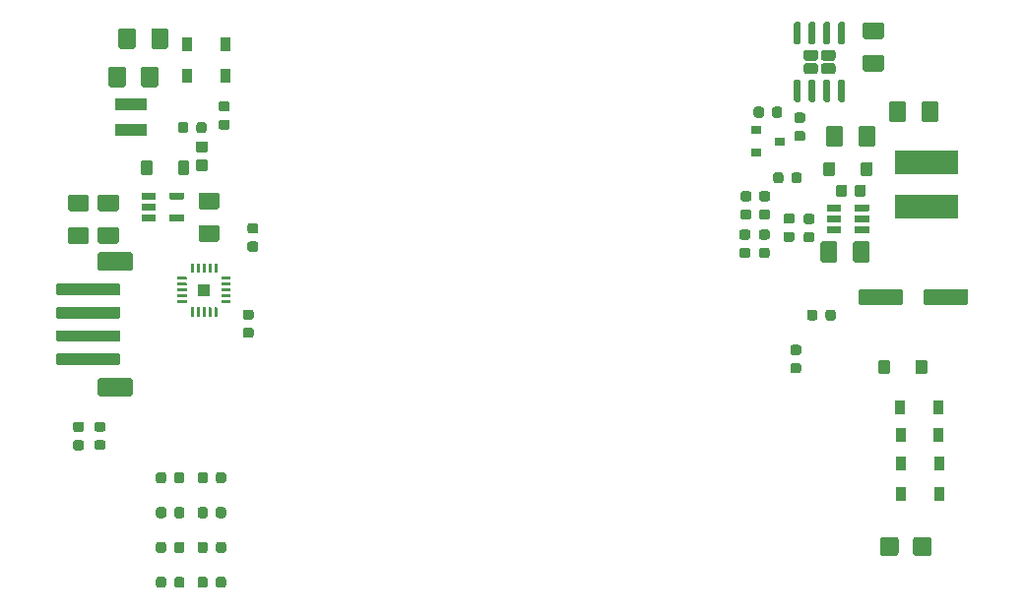
<source format=gtp>
G04 #@! TF.GenerationSoftware,KiCad,Pcbnew,5.1.6-c6e7f7d~87~ubuntu18.04.1*
G04 #@! TF.CreationDate,2020-08-27T18:22:29+02:00*
G04 #@! TF.ProjectId,chargemod-hw,63686172-6765-46d6-9f64-2d68772e6b69,rev?*
G04 #@! TF.SameCoordinates,Original*
G04 #@! TF.FileFunction,Paste,Top*
G04 #@! TF.FilePolarity,Positive*
%FSLAX46Y46*%
G04 Gerber Fmt 4.6, Leading zero omitted, Abs format (unit mm)*
G04 Created by KiCad (PCBNEW 5.1.6-c6e7f7d~87~ubuntu18.04.1) date 2020-08-27 18:22:29*
%MOMM*%
%LPD*%
G01*
G04 APERTURE LIST*
%ADD10C,0.100000*%
%ADD11R,0.900000X1.200000*%
%ADD12R,0.900000X0.800000*%
%ADD13R,2.700000X1.000000*%
%ADD14R,5.500000X2.150000*%
G04 APERTURE END LIST*
D10*
G36*
X101000000Y-105925000D02*
G01*
X100000000Y-105925000D01*
X100000000Y-106925000D01*
X101000000Y-106925000D01*
X101000000Y-105925000D01*
G37*
G36*
G01*
X104443750Y-102252500D02*
X104956250Y-102252500D01*
G75*
G02*
X105175000Y-102471250I0J-218750D01*
G01*
X105175000Y-102908750D01*
G75*
G02*
X104956250Y-103127500I-218750J0D01*
G01*
X104443750Y-103127500D01*
G75*
G02*
X104225000Y-102908750I0J218750D01*
G01*
X104225000Y-102471250D01*
G75*
G02*
X104443750Y-102252500I218750J0D01*
G01*
G37*
G36*
G01*
X104443750Y-100677500D02*
X104956250Y-100677500D01*
G75*
G02*
X105175000Y-100896250I0J-218750D01*
G01*
X105175000Y-101333750D01*
G75*
G02*
X104956250Y-101552500I-218750J0D01*
G01*
X104443750Y-101552500D01*
G75*
G02*
X104225000Y-101333750I0J218750D01*
G01*
X104225000Y-100896250D01*
G75*
G02*
X104443750Y-100677500I218750J0D01*
G01*
G37*
G36*
G01*
X104556250Y-108972500D02*
X104043750Y-108972500D01*
G75*
G02*
X103825000Y-108753750I0J218750D01*
G01*
X103825000Y-108316250D01*
G75*
G02*
X104043750Y-108097500I218750J0D01*
G01*
X104556250Y-108097500D01*
G75*
G02*
X104775000Y-108316250I0J-218750D01*
G01*
X104775000Y-108753750D01*
G75*
G02*
X104556250Y-108972500I-218750J0D01*
G01*
G37*
G36*
G01*
X104556250Y-110547500D02*
X104043750Y-110547500D01*
G75*
G02*
X103825000Y-110328750I0J218750D01*
G01*
X103825000Y-109891250D01*
G75*
G02*
X104043750Y-109672500I218750J0D01*
G01*
X104556250Y-109672500D01*
G75*
G02*
X104775000Y-109891250I0J-218750D01*
G01*
X104775000Y-110328750D01*
G75*
G02*
X104556250Y-110547500I-218750J0D01*
G01*
G37*
D11*
X160390000Y-121340000D03*
X163690000Y-121340000D03*
X160370000Y-116540000D03*
X163670000Y-116540000D03*
X160420000Y-123930000D03*
X163720000Y-123930000D03*
X160380000Y-118920000D03*
X163680000Y-118920000D03*
G36*
G01*
X151012500Y-97031250D02*
X151012500Y-96518750D01*
G75*
G02*
X151231250Y-96300000I218750J0D01*
G01*
X151668750Y-96300000D01*
G75*
G02*
X151887500Y-96518750I0J-218750D01*
G01*
X151887500Y-97031250D01*
G75*
G02*
X151668750Y-97250000I-218750J0D01*
G01*
X151231250Y-97250000D01*
G75*
G02*
X151012500Y-97031250I0J218750D01*
G01*
G37*
G36*
G01*
X149437500Y-97031250D02*
X149437500Y-96518750D01*
G75*
G02*
X149656250Y-96300000I218750J0D01*
G01*
X150093750Y-96300000D01*
G75*
G02*
X150312500Y-96518750I0J-218750D01*
G01*
X150312500Y-97031250D01*
G75*
G02*
X150093750Y-97250000I-218750J0D01*
G01*
X149656250Y-97250000D01*
G75*
G02*
X149437500Y-97031250I0J218750D01*
G01*
G37*
G36*
G01*
X149337500Y-91381250D02*
X149337500Y-90868750D01*
G75*
G02*
X149556250Y-90650000I218750J0D01*
G01*
X149993750Y-90650000D01*
G75*
G02*
X150212500Y-90868750I0J-218750D01*
G01*
X150212500Y-91381250D01*
G75*
G02*
X149993750Y-91600000I-218750J0D01*
G01*
X149556250Y-91600000D01*
G75*
G02*
X149337500Y-91381250I0J218750D01*
G01*
G37*
G36*
G01*
X147762500Y-91381250D02*
X147762500Y-90868750D01*
G75*
G02*
X147981250Y-90650000I218750J0D01*
G01*
X148418750Y-90650000D01*
G75*
G02*
X148637500Y-90868750I0J-218750D01*
G01*
X148637500Y-91381250D01*
G75*
G02*
X148418750Y-91600000I-218750J0D01*
G01*
X147981250Y-91600000D01*
G75*
G02*
X147762500Y-91381250I0J218750D01*
G01*
G37*
D12*
X149975000Y-93625000D03*
X147975000Y-94575000D03*
X147975000Y-92675000D03*
G36*
G01*
X160215000Y-127915000D02*
X160215000Y-129065000D01*
G75*
G02*
X159965000Y-129315000I-250000J0D01*
G01*
X158865000Y-129315000D01*
G75*
G02*
X158615000Y-129065000I0J250000D01*
G01*
X158615000Y-127915000D01*
G75*
G02*
X158865000Y-127665000I250000J0D01*
G01*
X159965000Y-127665000D01*
G75*
G02*
X160215000Y-127915000I0J-250000D01*
G01*
G37*
G36*
G01*
X163065000Y-127915000D02*
X163065000Y-129065000D01*
G75*
G02*
X162815000Y-129315000I-250000J0D01*
G01*
X161715000Y-129315000D01*
G75*
G02*
X161465000Y-129065000I0J250000D01*
G01*
X161465000Y-127915000D01*
G75*
G02*
X161715000Y-127665000I250000J0D01*
G01*
X162815000Y-127665000D01*
G75*
G02*
X163065000Y-127915000I0J-250000D01*
G01*
G37*
G36*
G01*
X91806250Y-118625000D02*
X91293750Y-118625000D01*
G75*
G02*
X91075000Y-118406250I0J218750D01*
G01*
X91075000Y-117968750D01*
G75*
G02*
X91293750Y-117750000I218750J0D01*
G01*
X91806250Y-117750000D01*
G75*
G02*
X92025000Y-117968750I0J-218750D01*
G01*
X92025000Y-118406250D01*
G75*
G02*
X91806250Y-118625000I-218750J0D01*
G01*
G37*
G36*
G01*
X91806250Y-120200000D02*
X91293750Y-120200000D01*
G75*
G02*
X91075000Y-119981250I0J218750D01*
G01*
X91075000Y-119543750D01*
G75*
G02*
X91293750Y-119325000I218750J0D01*
G01*
X91806250Y-119325000D01*
G75*
G02*
X92025000Y-119543750I0J-218750D01*
G01*
X92025000Y-119981250D01*
G75*
G02*
X91806250Y-120200000I-218750J0D01*
G01*
G37*
G36*
G01*
X89956250Y-118637500D02*
X89443750Y-118637500D01*
G75*
G02*
X89225000Y-118418750I0J218750D01*
G01*
X89225000Y-117981250D01*
G75*
G02*
X89443750Y-117762500I218750J0D01*
G01*
X89956250Y-117762500D01*
G75*
G02*
X90175000Y-117981250I0J-218750D01*
G01*
X90175000Y-118418750D01*
G75*
G02*
X89956250Y-118637500I-218750J0D01*
G01*
G37*
G36*
G01*
X89956250Y-120212500D02*
X89443750Y-120212500D01*
G75*
G02*
X89225000Y-119993750I0J218750D01*
G01*
X89225000Y-119556250D01*
G75*
G02*
X89443750Y-119337500I218750J0D01*
G01*
X89956250Y-119337500D01*
G75*
G02*
X90175000Y-119556250I0J-218750D01*
G01*
X90175000Y-119993750D01*
G75*
G02*
X89956250Y-120212500I-218750J0D01*
G01*
G37*
D13*
X94225000Y-90425000D03*
X94225000Y-92625000D03*
D14*
X162625000Y-95420000D03*
X162625000Y-99280000D03*
G36*
G01*
X99837500Y-92706250D02*
X99837500Y-92193750D01*
G75*
G02*
X100056250Y-91975000I218750J0D01*
G01*
X100493750Y-91975000D01*
G75*
G02*
X100712500Y-92193750I0J-218750D01*
G01*
X100712500Y-92706250D01*
G75*
G02*
X100493750Y-92925000I-218750J0D01*
G01*
X100056250Y-92925000D01*
G75*
G02*
X99837500Y-92706250I0J218750D01*
G01*
G37*
G36*
G01*
X98262500Y-92706250D02*
X98262500Y-92193750D01*
G75*
G02*
X98481250Y-91975000I218750J0D01*
G01*
X98918750Y-91975000D01*
G75*
G02*
X99137500Y-92193750I0J-218750D01*
G01*
X99137500Y-92706250D01*
G75*
G02*
X98918750Y-92925000I-218750J0D01*
G01*
X98481250Y-92925000D01*
G75*
G02*
X98262500Y-92706250I0J218750D01*
G01*
G37*
G36*
G01*
X100800000Y-93720000D02*
X100800000Y-94480000D01*
G75*
G02*
X100705000Y-94575000I-95000J0D01*
G01*
X99895000Y-94575000D01*
G75*
G02*
X99800000Y-94480000I0J95000D01*
G01*
X99800000Y-93720000D01*
G75*
G02*
X99895000Y-93625000I95000J0D01*
G01*
X100705000Y-93625000D01*
G75*
G02*
X100800000Y-93720000I0J-95000D01*
G01*
G37*
G36*
G01*
X100800000Y-95320000D02*
X100800000Y-96080000D01*
G75*
G02*
X100705000Y-96175000I-95000J0D01*
G01*
X99895000Y-96175000D01*
G75*
G02*
X99800000Y-96080000I0J95000D01*
G01*
X99800000Y-95320000D01*
G75*
G02*
X99895000Y-95225000I95000J0D01*
G01*
X100705000Y-95225000D01*
G75*
G02*
X100800000Y-95320000I0J-95000D01*
G01*
G37*
G36*
G01*
X95150000Y-95300000D02*
X95950000Y-95300000D01*
G75*
G02*
X96050000Y-95400000I0J-100000D01*
G01*
X96050000Y-96400000D01*
G75*
G02*
X95950000Y-96500000I-100000J0D01*
G01*
X95150000Y-96500000D01*
G75*
G02*
X95050000Y-96400000I0J100000D01*
G01*
X95050000Y-95400000D01*
G75*
G02*
X95150000Y-95300000I100000J0D01*
G01*
G37*
G36*
G01*
X98350000Y-95300000D02*
X99150000Y-95300000D01*
G75*
G02*
X99250000Y-95400000I0J-100000D01*
G01*
X99250000Y-96400000D01*
G75*
G02*
X99150000Y-96500000I-100000J0D01*
G01*
X98350000Y-96500000D01*
G75*
G02*
X98250000Y-96400000I0J100000D01*
G01*
X98250000Y-95400000D01*
G75*
G02*
X98350000Y-95300000I100000J0D01*
G01*
G37*
G36*
G01*
X90600000Y-98345000D02*
X90600000Y-99505000D01*
G75*
G02*
X90455000Y-99650000I-145000J0D01*
G01*
X88945000Y-99650000D01*
G75*
G02*
X88800000Y-99505000I0J145000D01*
G01*
X88800000Y-98345000D01*
G75*
G02*
X88945000Y-98200000I145000J0D01*
G01*
X90455000Y-98200000D01*
G75*
G02*
X90600000Y-98345000I0J-145000D01*
G01*
G37*
G36*
G01*
X90600000Y-101145000D02*
X90600000Y-102305000D01*
G75*
G02*
X90455000Y-102450000I-145000J0D01*
G01*
X88945000Y-102450000D01*
G75*
G02*
X88800000Y-102305000I0J145000D01*
G01*
X88800000Y-101145000D01*
G75*
G02*
X88945000Y-101000000I145000J0D01*
G01*
X90455000Y-101000000D01*
G75*
G02*
X90600000Y-101145000I0J-145000D01*
G01*
G37*
G36*
G01*
X160600000Y-106465000D02*
X160600000Y-107585000D01*
G75*
G02*
X160460000Y-107725000I-140000J0D01*
G01*
X156940000Y-107725000D01*
G75*
G02*
X156800000Y-107585000I0J140000D01*
G01*
X156800000Y-106465000D01*
G75*
G02*
X156940000Y-106325000I140000J0D01*
G01*
X160460000Y-106325000D01*
G75*
G02*
X160600000Y-106465000I0J-140000D01*
G01*
G37*
G36*
G01*
X166200000Y-106465000D02*
X166200000Y-107585000D01*
G75*
G02*
X166060000Y-107725000I-140000J0D01*
G01*
X162540000Y-107725000D01*
G75*
G02*
X162400000Y-107585000I0J140000D01*
G01*
X162400000Y-106465000D01*
G75*
G02*
X162540000Y-106325000I140000J0D01*
G01*
X166060000Y-106325000D01*
G75*
G02*
X166200000Y-106465000I0J-140000D01*
G01*
G37*
G36*
G01*
X87900000Y-111875000D02*
X93200000Y-111875000D01*
G75*
G02*
X93300000Y-111975000I0J-100000D01*
G01*
X93300000Y-112775000D01*
G75*
G02*
X93200000Y-112875000I-100000J0D01*
G01*
X87900000Y-112875000D01*
G75*
G02*
X87800000Y-112775000I0J100000D01*
G01*
X87800000Y-111975000D01*
G75*
G02*
X87900000Y-111875000I100000J0D01*
G01*
G37*
G36*
G01*
X91350000Y-115415000D02*
X91350000Y-114135000D01*
G75*
G02*
X91510000Y-113975000I160000J0D01*
G01*
X94190000Y-113975000D01*
G75*
G02*
X94350000Y-114135000I0J-160000D01*
G01*
X94350000Y-115415000D01*
G75*
G02*
X94190000Y-115575000I-160000J0D01*
G01*
X91510000Y-115575000D01*
G75*
G02*
X91350000Y-115415000I0J160000D01*
G01*
G37*
G36*
G01*
X91350000Y-104615000D02*
X91350000Y-103335000D01*
G75*
G02*
X91510000Y-103175000I160000J0D01*
G01*
X94190000Y-103175000D01*
G75*
G02*
X94350000Y-103335000I0J-160000D01*
G01*
X94350000Y-104615000D01*
G75*
G02*
X94190000Y-104775000I-160000J0D01*
G01*
X91510000Y-104775000D01*
G75*
G02*
X91350000Y-104615000I0J160000D01*
G01*
G37*
G36*
G01*
X87900000Y-109875000D02*
X93200000Y-109875000D01*
G75*
G02*
X93300000Y-109975000I0J-100000D01*
G01*
X93300000Y-110775000D01*
G75*
G02*
X93200000Y-110875000I-100000J0D01*
G01*
X87900000Y-110875000D01*
G75*
G02*
X87800000Y-110775000I0J100000D01*
G01*
X87800000Y-109975000D01*
G75*
G02*
X87900000Y-109875000I100000J0D01*
G01*
G37*
G36*
G01*
X87900000Y-107875000D02*
X93200000Y-107875000D01*
G75*
G02*
X93300000Y-107975000I0J-100000D01*
G01*
X93300000Y-108775000D01*
G75*
G02*
X93200000Y-108875000I-100000J0D01*
G01*
X87900000Y-108875000D01*
G75*
G02*
X87800000Y-108775000I0J100000D01*
G01*
X87800000Y-107975000D01*
G75*
G02*
X87900000Y-107875000I100000J0D01*
G01*
G37*
G36*
G01*
X87900000Y-105875000D02*
X93200000Y-105875000D01*
G75*
G02*
X93300000Y-105975000I0J-100000D01*
G01*
X93300000Y-106775000D01*
G75*
G02*
X93200000Y-106875000I-100000J0D01*
G01*
X87900000Y-106875000D01*
G75*
G02*
X87800000Y-106775000I0J100000D01*
G01*
X87800000Y-105975000D01*
G75*
G02*
X87900000Y-105875000I100000J0D01*
G01*
G37*
G36*
G01*
X101604000Y-108725000D02*
X101396000Y-108725000D01*
G75*
G02*
X101370000Y-108699000I0J26000D01*
G01*
X101370000Y-107951000D01*
G75*
G02*
X101396000Y-107925000I26000J0D01*
G01*
X101604000Y-107925000D01*
G75*
G02*
X101630000Y-107951000I0J-26000D01*
G01*
X101630000Y-108699000D01*
G75*
G02*
X101604000Y-108725000I-26000J0D01*
G01*
G37*
G36*
G01*
X101104000Y-108725000D02*
X100896000Y-108725000D01*
G75*
G02*
X100870000Y-108699000I0J26000D01*
G01*
X100870000Y-107951000D01*
G75*
G02*
X100896000Y-107925000I26000J0D01*
G01*
X101104000Y-107925000D01*
G75*
G02*
X101130000Y-107951000I0J-26000D01*
G01*
X101130000Y-108699000D01*
G75*
G02*
X101104000Y-108725000I-26000J0D01*
G01*
G37*
G36*
G01*
X100604000Y-108725000D02*
X100396000Y-108725000D01*
G75*
G02*
X100370000Y-108699000I0J26000D01*
G01*
X100370000Y-107951000D01*
G75*
G02*
X100396000Y-107925000I26000J0D01*
G01*
X100604000Y-107925000D01*
G75*
G02*
X100630000Y-107951000I0J-26000D01*
G01*
X100630000Y-108699000D01*
G75*
G02*
X100604000Y-108725000I-26000J0D01*
G01*
G37*
G36*
G01*
X100104000Y-108725000D02*
X99896000Y-108725000D01*
G75*
G02*
X99870000Y-108699000I0J26000D01*
G01*
X99870000Y-107951000D01*
G75*
G02*
X99896000Y-107925000I26000J0D01*
G01*
X100104000Y-107925000D01*
G75*
G02*
X100130000Y-107951000I0J-26000D01*
G01*
X100130000Y-108699000D01*
G75*
G02*
X100104000Y-108725000I-26000J0D01*
G01*
G37*
G36*
G01*
X99604000Y-108725000D02*
X99396000Y-108725000D01*
G75*
G02*
X99370000Y-108699000I0J26000D01*
G01*
X99370000Y-107951000D01*
G75*
G02*
X99396000Y-107925000I26000J0D01*
G01*
X99604000Y-107925000D01*
G75*
G02*
X99630000Y-107951000I0J-26000D01*
G01*
X99630000Y-108699000D01*
G75*
G02*
X99604000Y-108725000I-26000J0D01*
G01*
G37*
G36*
G01*
X98200000Y-107529000D02*
X98200000Y-107321000D01*
G75*
G02*
X98226000Y-107295000I26000J0D01*
G01*
X98974000Y-107295000D01*
G75*
G02*
X99000000Y-107321000I0J-26000D01*
G01*
X99000000Y-107529000D01*
G75*
G02*
X98974000Y-107555000I-26000J0D01*
G01*
X98226000Y-107555000D01*
G75*
G02*
X98200000Y-107529000I0J26000D01*
G01*
G37*
G36*
G01*
X98200000Y-107029000D02*
X98200000Y-106821000D01*
G75*
G02*
X98226000Y-106795000I26000J0D01*
G01*
X98974000Y-106795000D01*
G75*
G02*
X99000000Y-106821000I0J-26000D01*
G01*
X99000000Y-107029000D01*
G75*
G02*
X98974000Y-107055000I-26000J0D01*
G01*
X98226000Y-107055000D01*
G75*
G02*
X98200000Y-107029000I0J26000D01*
G01*
G37*
G36*
G01*
X98200000Y-106529000D02*
X98200000Y-106321000D01*
G75*
G02*
X98226000Y-106295000I26000J0D01*
G01*
X98974000Y-106295000D01*
G75*
G02*
X99000000Y-106321000I0J-26000D01*
G01*
X99000000Y-106529000D01*
G75*
G02*
X98974000Y-106555000I-26000J0D01*
G01*
X98226000Y-106555000D01*
G75*
G02*
X98200000Y-106529000I0J26000D01*
G01*
G37*
G36*
G01*
X98200000Y-106029000D02*
X98200000Y-105821000D01*
G75*
G02*
X98226000Y-105795000I26000J0D01*
G01*
X98974000Y-105795000D01*
G75*
G02*
X99000000Y-105821000I0J-26000D01*
G01*
X99000000Y-106029000D01*
G75*
G02*
X98974000Y-106055000I-26000J0D01*
G01*
X98226000Y-106055000D01*
G75*
G02*
X98200000Y-106029000I0J26000D01*
G01*
G37*
G36*
G01*
X98200000Y-105529000D02*
X98200000Y-105321000D01*
G75*
G02*
X98226000Y-105295000I26000J0D01*
G01*
X98974000Y-105295000D01*
G75*
G02*
X99000000Y-105321000I0J-26000D01*
G01*
X99000000Y-105529000D01*
G75*
G02*
X98974000Y-105555000I-26000J0D01*
G01*
X98226000Y-105555000D01*
G75*
G02*
X98200000Y-105529000I0J26000D01*
G01*
G37*
G36*
G01*
X99396000Y-104125000D02*
X99604000Y-104125000D01*
G75*
G02*
X99630000Y-104151000I0J-26000D01*
G01*
X99630000Y-104899000D01*
G75*
G02*
X99604000Y-104925000I-26000J0D01*
G01*
X99396000Y-104925000D01*
G75*
G02*
X99370000Y-104899000I0J26000D01*
G01*
X99370000Y-104151000D01*
G75*
G02*
X99396000Y-104125000I26000J0D01*
G01*
G37*
G36*
G01*
X99896000Y-104125000D02*
X100104000Y-104125000D01*
G75*
G02*
X100130000Y-104151000I0J-26000D01*
G01*
X100130000Y-104899000D01*
G75*
G02*
X100104000Y-104925000I-26000J0D01*
G01*
X99896000Y-104925000D01*
G75*
G02*
X99870000Y-104899000I0J26000D01*
G01*
X99870000Y-104151000D01*
G75*
G02*
X99896000Y-104125000I26000J0D01*
G01*
G37*
G36*
G01*
X100396000Y-104125000D02*
X100604000Y-104125000D01*
G75*
G02*
X100630000Y-104151000I0J-26000D01*
G01*
X100630000Y-104899000D01*
G75*
G02*
X100604000Y-104925000I-26000J0D01*
G01*
X100396000Y-104925000D01*
G75*
G02*
X100370000Y-104899000I0J26000D01*
G01*
X100370000Y-104151000D01*
G75*
G02*
X100396000Y-104125000I26000J0D01*
G01*
G37*
G36*
G01*
X100896000Y-104125000D02*
X101104000Y-104125000D01*
G75*
G02*
X101130000Y-104151000I0J-26000D01*
G01*
X101130000Y-104899000D01*
G75*
G02*
X101104000Y-104925000I-26000J0D01*
G01*
X100896000Y-104925000D01*
G75*
G02*
X100870000Y-104899000I0J26000D01*
G01*
X100870000Y-104151000D01*
G75*
G02*
X100896000Y-104125000I26000J0D01*
G01*
G37*
G36*
G01*
X101396000Y-104125000D02*
X101604000Y-104125000D01*
G75*
G02*
X101630000Y-104151000I0J-26000D01*
G01*
X101630000Y-104899000D01*
G75*
G02*
X101604000Y-104925000I-26000J0D01*
G01*
X101396000Y-104925000D01*
G75*
G02*
X101370000Y-104899000I0J26000D01*
G01*
X101370000Y-104151000D01*
G75*
G02*
X101396000Y-104125000I26000J0D01*
G01*
G37*
G36*
G01*
X102800000Y-105321000D02*
X102800000Y-105529000D01*
G75*
G02*
X102774000Y-105555000I-26000J0D01*
G01*
X102026000Y-105555000D01*
G75*
G02*
X102000000Y-105529000I0J26000D01*
G01*
X102000000Y-105321000D01*
G75*
G02*
X102026000Y-105295000I26000J0D01*
G01*
X102774000Y-105295000D01*
G75*
G02*
X102800000Y-105321000I0J-26000D01*
G01*
G37*
G36*
G01*
X102800000Y-105821000D02*
X102800000Y-106029000D01*
G75*
G02*
X102774000Y-106055000I-26000J0D01*
G01*
X102026000Y-106055000D01*
G75*
G02*
X102000000Y-106029000I0J26000D01*
G01*
X102000000Y-105821000D01*
G75*
G02*
X102026000Y-105795000I26000J0D01*
G01*
X102774000Y-105795000D01*
G75*
G02*
X102800000Y-105821000I0J-26000D01*
G01*
G37*
G36*
G01*
X102800000Y-106321000D02*
X102800000Y-106529000D01*
G75*
G02*
X102774000Y-106555000I-26000J0D01*
G01*
X102026000Y-106555000D01*
G75*
G02*
X102000000Y-106529000I0J26000D01*
G01*
X102000000Y-106321000D01*
G75*
G02*
X102026000Y-106295000I26000J0D01*
G01*
X102774000Y-106295000D01*
G75*
G02*
X102800000Y-106321000I0J-26000D01*
G01*
G37*
G36*
G01*
X102800000Y-106821000D02*
X102800000Y-107029000D01*
G75*
G02*
X102774000Y-107055000I-26000J0D01*
G01*
X102026000Y-107055000D01*
G75*
G02*
X102000000Y-107029000I0J26000D01*
G01*
X102000000Y-106821000D01*
G75*
G02*
X102026000Y-106795000I26000J0D01*
G01*
X102774000Y-106795000D01*
G75*
G02*
X102800000Y-106821000I0J-26000D01*
G01*
G37*
G36*
G01*
X102800000Y-107321000D02*
X102800000Y-107529000D01*
G75*
G02*
X102774000Y-107555000I-26000J0D01*
G01*
X102026000Y-107555000D01*
G75*
G02*
X102000000Y-107529000I0J26000D01*
G01*
X102000000Y-107321000D01*
G75*
G02*
X102026000Y-107295000I26000J0D01*
G01*
X102774000Y-107295000D01*
G75*
G02*
X102800000Y-107321000I0J-26000D01*
G01*
G37*
G36*
G01*
X100812500Y-122318750D02*
X100812500Y-122831250D01*
G75*
G02*
X100593750Y-123050000I-218750J0D01*
G01*
X100156250Y-123050000D01*
G75*
G02*
X99937500Y-122831250I0J218750D01*
G01*
X99937500Y-122318750D01*
G75*
G02*
X100156250Y-122100000I218750J0D01*
G01*
X100593750Y-122100000D01*
G75*
G02*
X100812500Y-122318750I0J-218750D01*
G01*
G37*
G36*
G01*
X102387500Y-122318750D02*
X102387500Y-122831250D01*
G75*
G02*
X102168750Y-123050000I-218750J0D01*
G01*
X101731250Y-123050000D01*
G75*
G02*
X101512500Y-122831250I0J218750D01*
G01*
X101512500Y-122318750D01*
G75*
G02*
X101731250Y-122100000I218750J0D01*
G01*
X102168750Y-122100000D01*
G75*
G02*
X102387500Y-122318750I0J-218750D01*
G01*
G37*
G36*
G01*
X100812500Y-125318750D02*
X100812500Y-125831250D01*
G75*
G02*
X100593750Y-126050000I-218750J0D01*
G01*
X100156250Y-126050000D01*
G75*
G02*
X99937500Y-125831250I0J218750D01*
G01*
X99937500Y-125318750D01*
G75*
G02*
X100156250Y-125100000I218750J0D01*
G01*
X100593750Y-125100000D01*
G75*
G02*
X100812500Y-125318750I0J-218750D01*
G01*
G37*
G36*
G01*
X102387500Y-125318750D02*
X102387500Y-125831250D01*
G75*
G02*
X102168750Y-126050000I-218750J0D01*
G01*
X101731250Y-126050000D01*
G75*
G02*
X101512500Y-125831250I0J218750D01*
G01*
X101512500Y-125318750D01*
G75*
G02*
X101731250Y-125100000I218750J0D01*
G01*
X102168750Y-125100000D01*
G75*
G02*
X102387500Y-125318750I0J-218750D01*
G01*
G37*
G36*
G01*
X100812500Y-128318750D02*
X100812500Y-128831250D01*
G75*
G02*
X100593750Y-129050000I-218750J0D01*
G01*
X100156250Y-129050000D01*
G75*
G02*
X99937500Y-128831250I0J218750D01*
G01*
X99937500Y-128318750D01*
G75*
G02*
X100156250Y-128100000I218750J0D01*
G01*
X100593750Y-128100000D01*
G75*
G02*
X100812500Y-128318750I0J-218750D01*
G01*
G37*
G36*
G01*
X102387500Y-128318750D02*
X102387500Y-128831250D01*
G75*
G02*
X102168750Y-129050000I-218750J0D01*
G01*
X101731250Y-129050000D01*
G75*
G02*
X101512500Y-128831250I0J218750D01*
G01*
X101512500Y-128318750D01*
G75*
G02*
X101731250Y-128100000I218750J0D01*
G01*
X102168750Y-128100000D01*
G75*
G02*
X102387500Y-128318750I0J-218750D01*
G01*
G37*
G36*
G01*
X100812500Y-131318750D02*
X100812500Y-131831250D01*
G75*
G02*
X100593750Y-132050000I-218750J0D01*
G01*
X100156250Y-132050000D01*
G75*
G02*
X99937500Y-131831250I0J218750D01*
G01*
X99937500Y-131318750D01*
G75*
G02*
X100156250Y-131100000I218750J0D01*
G01*
X100593750Y-131100000D01*
G75*
G02*
X100812500Y-131318750I0J-218750D01*
G01*
G37*
G36*
G01*
X102387500Y-131318750D02*
X102387500Y-131831250D01*
G75*
G02*
X102168750Y-132050000I-218750J0D01*
G01*
X101731250Y-132050000D01*
G75*
G02*
X101512500Y-131831250I0J218750D01*
G01*
X101512500Y-131318750D01*
G75*
G02*
X101731250Y-131100000I218750J0D01*
G01*
X102168750Y-131100000D01*
G75*
G02*
X102387500Y-131318750I0J-218750D01*
G01*
G37*
G36*
G01*
X101968750Y-91762500D02*
X102481250Y-91762500D01*
G75*
G02*
X102700000Y-91981250I0J-218750D01*
G01*
X102700000Y-92418750D01*
G75*
G02*
X102481250Y-92637500I-218750J0D01*
G01*
X101968750Y-92637500D01*
G75*
G02*
X101750000Y-92418750I0J218750D01*
G01*
X101750000Y-91981250D01*
G75*
G02*
X101968750Y-91762500I218750J0D01*
G01*
G37*
G36*
G01*
X101968750Y-90187500D02*
X102481250Y-90187500D01*
G75*
G02*
X102700000Y-90406250I0J-218750D01*
G01*
X102700000Y-90843750D01*
G75*
G02*
X102481250Y-91062500I-218750J0D01*
G01*
X101968750Y-91062500D01*
G75*
G02*
X101750000Y-90843750I0J218750D01*
G01*
X101750000Y-90406250D01*
G75*
G02*
X101968750Y-90187500I218750J0D01*
G01*
G37*
G36*
G01*
X151118750Y-112712500D02*
X151631250Y-112712500D01*
G75*
G02*
X151850000Y-112931250I0J-218750D01*
G01*
X151850000Y-113368750D01*
G75*
G02*
X151631250Y-113587500I-218750J0D01*
G01*
X151118750Y-113587500D01*
G75*
G02*
X150900000Y-113368750I0J218750D01*
G01*
X150900000Y-112931250D01*
G75*
G02*
X151118750Y-112712500I218750J0D01*
G01*
G37*
G36*
G01*
X151118750Y-111137500D02*
X151631250Y-111137500D01*
G75*
G02*
X151850000Y-111356250I0J-218750D01*
G01*
X151850000Y-111793750D01*
G75*
G02*
X151631250Y-112012500I-218750J0D01*
G01*
X151118750Y-112012500D01*
G75*
G02*
X150900000Y-111793750I0J218750D01*
G01*
X150900000Y-111356250D01*
G75*
G02*
X151118750Y-111137500I218750J0D01*
G01*
G37*
G36*
G01*
X153237500Y-108318750D02*
X153237500Y-108831250D01*
G75*
G02*
X153018750Y-109050000I-218750J0D01*
G01*
X152581250Y-109050000D01*
G75*
G02*
X152362500Y-108831250I0J218750D01*
G01*
X152362500Y-108318750D01*
G75*
G02*
X152581250Y-108100000I218750J0D01*
G01*
X153018750Y-108100000D01*
G75*
G02*
X153237500Y-108318750I0J-218750D01*
G01*
G37*
G36*
G01*
X154812500Y-108318750D02*
X154812500Y-108831250D01*
G75*
G02*
X154593750Y-109050000I-218750J0D01*
G01*
X154156250Y-109050000D01*
G75*
G02*
X153937500Y-108831250I0J218750D01*
G01*
X153937500Y-108318750D01*
G75*
G02*
X154156250Y-108100000I218750J0D01*
G01*
X154593750Y-108100000D01*
G75*
G02*
X154812500Y-108318750I0J-218750D01*
G01*
G37*
G36*
G01*
X97937500Y-122831250D02*
X97937500Y-122318750D01*
G75*
G02*
X98156250Y-122100000I218750J0D01*
G01*
X98593750Y-122100000D01*
G75*
G02*
X98812500Y-122318750I0J-218750D01*
G01*
X98812500Y-122831250D01*
G75*
G02*
X98593750Y-123050000I-218750J0D01*
G01*
X98156250Y-123050000D01*
G75*
G02*
X97937500Y-122831250I0J218750D01*
G01*
G37*
G36*
G01*
X96362500Y-122831250D02*
X96362500Y-122318750D01*
G75*
G02*
X96581250Y-122100000I218750J0D01*
G01*
X97018750Y-122100000D01*
G75*
G02*
X97237500Y-122318750I0J-218750D01*
G01*
X97237500Y-122831250D01*
G75*
G02*
X97018750Y-123050000I-218750J0D01*
G01*
X96581250Y-123050000D01*
G75*
G02*
X96362500Y-122831250I0J218750D01*
G01*
G37*
G36*
G01*
X97937500Y-125831250D02*
X97937500Y-125318750D01*
G75*
G02*
X98156250Y-125100000I218750J0D01*
G01*
X98593750Y-125100000D01*
G75*
G02*
X98812500Y-125318750I0J-218750D01*
G01*
X98812500Y-125831250D01*
G75*
G02*
X98593750Y-126050000I-218750J0D01*
G01*
X98156250Y-126050000D01*
G75*
G02*
X97937500Y-125831250I0J218750D01*
G01*
G37*
G36*
G01*
X96362500Y-125831250D02*
X96362500Y-125318750D01*
G75*
G02*
X96581250Y-125100000I218750J0D01*
G01*
X97018750Y-125100000D01*
G75*
G02*
X97237500Y-125318750I0J-218750D01*
G01*
X97237500Y-125831250D01*
G75*
G02*
X97018750Y-126050000I-218750J0D01*
G01*
X96581250Y-126050000D01*
G75*
G02*
X96362500Y-125831250I0J218750D01*
G01*
G37*
G36*
G01*
X97937500Y-128831250D02*
X97937500Y-128318750D01*
G75*
G02*
X98156250Y-128100000I218750J0D01*
G01*
X98593750Y-128100000D01*
G75*
G02*
X98812500Y-128318750I0J-218750D01*
G01*
X98812500Y-128831250D01*
G75*
G02*
X98593750Y-129050000I-218750J0D01*
G01*
X98156250Y-129050000D01*
G75*
G02*
X97937500Y-128831250I0J218750D01*
G01*
G37*
G36*
G01*
X96362500Y-128831250D02*
X96362500Y-128318750D01*
G75*
G02*
X96581250Y-128100000I218750J0D01*
G01*
X97018750Y-128100000D01*
G75*
G02*
X97237500Y-128318750I0J-218750D01*
G01*
X97237500Y-128831250D01*
G75*
G02*
X97018750Y-129050000I-218750J0D01*
G01*
X96581250Y-129050000D01*
G75*
G02*
X96362500Y-128831250I0J218750D01*
G01*
G37*
G36*
G01*
X97937500Y-131831250D02*
X97937500Y-131318750D01*
G75*
G02*
X98156250Y-131100000I218750J0D01*
G01*
X98593750Y-131100000D01*
G75*
G02*
X98812500Y-131318750I0J-218750D01*
G01*
X98812500Y-131831250D01*
G75*
G02*
X98593750Y-132050000I-218750J0D01*
G01*
X98156250Y-132050000D01*
G75*
G02*
X97937500Y-131831250I0J218750D01*
G01*
G37*
G36*
G01*
X96362500Y-131831250D02*
X96362500Y-131318750D01*
G75*
G02*
X96581250Y-131100000I218750J0D01*
G01*
X97018750Y-131100000D01*
G75*
G02*
X97237500Y-131318750I0J-218750D01*
G01*
X97237500Y-131831250D01*
G75*
G02*
X97018750Y-132050000I-218750J0D01*
G01*
X96581250Y-132050000D01*
G75*
G02*
X96362500Y-131831250I0J218750D01*
G01*
G37*
G36*
G01*
X93175000Y-98345000D02*
X93175000Y-99505000D01*
G75*
G02*
X93030000Y-99650000I-145000J0D01*
G01*
X91520000Y-99650000D01*
G75*
G02*
X91375000Y-99505000I0J145000D01*
G01*
X91375000Y-98345000D01*
G75*
G02*
X91520000Y-98200000I145000J0D01*
G01*
X93030000Y-98200000D01*
G75*
G02*
X93175000Y-98345000I0J-145000D01*
G01*
G37*
G36*
G01*
X93175000Y-101145000D02*
X93175000Y-102305000D01*
G75*
G02*
X93030000Y-102450000I-145000J0D01*
G01*
X91520000Y-102450000D01*
G75*
G02*
X91375000Y-102305000I0J145000D01*
G01*
X91375000Y-101145000D01*
G75*
G02*
X91520000Y-101000000I145000J0D01*
G01*
X93030000Y-101000000D01*
G75*
G02*
X93175000Y-101145000I0J-145000D01*
G01*
G37*
G36*
G01*
X101825000Y-98170000D02*
X101825000Y-99330000D01*
G75*
G02*
X101680000Y-99475000I-145000J0D01*
G01*
X100170000Y-99475000D01*
G75*
G02*
X100025000Y-99330000I0J145000D01*
G01*
X100025000Y-98170000D01*
G75*
G02*
X100170000Y-98025000I145000J0D01*
G01*
X101680000Y-98025000D01*
G75*
G02*
X101825000Y-98170000I0J-145000D01*
G01*
G37*
G36*
G01*
X101825000Y-100970000D02*
X101825000Y-102130000D01*
G75*
G02*
X101680000Y-102275000I-145000J0D01*
G01*
X100170000Y-102275000D01*
G75*
G02*
X100025000Y-102130000I0J145000D01*
G01*
X100025000Y-100970000D01*
G75*
G02*
X100170000Y-100825000I145000J0D01*
G01*
X101680000Y-100825000D01*
G75*
G02*
X101825000Y-100970000I0J-145000D01*
G01*
G37*
G36*
G01*
X97550000Y-98595000D02*
X97550000Y-98055000D01*
G75*
G02*
X97580000Y-98025000I30000J0D01*
G01*
X98720000Y-98025000D01*
G75*
G02*
X98750000Y-98055000I0J-30000D01*
G01*
X98750000Y-98595000D01*
G75*
G02*
X98720000Y-98625000I-30000J0D01*
G01*
X97580000Y-98625000D01*
G75*
G02*
X97550000Y-98595000I0J30000D01*
G01*
G37*
G36*
G01*
X97550000Y-100495000D02*
X97550000Y-99955000D01*
G75*
G02*
X97580000Y-99925000I30000J0D01*
G01*
X98720000Y-99925000D01*
G75*
G02*
X98750000Y-99955000I0J-30000D01*
G01*
X98750000Y-100495000D01*
G75*
G02*
X98720000Y-100525000I-30000J0D01*
G01*
X97580000Y-100525000D01*
G75*
G02*
X97550000Y-100495000I0J30000D01*
G01*
G37*
G36*
G01*
X95150000Y-99545000D02*
X95150000Y-99005000D01*
G75*
G02*
X95180000Y-98975000I30000J0D01*
G01*
X96320000Y-98975000D01*
G75*
G02*
X96350000Y-99005000I0J-30000D01*
G01*
X96350000Y-99545000D01*
G75*
G02*
X96320000Y-99575000I-30000J0D01*
G01*
X95180000Y-99575000D01*
G75*
G02*
X95150000Y-99545000I0J30000D01*
G01*
G37*
G36*
G01*
X95150000Y-98595000D02*
X95150000Y-98055000D01*
G75*
G02*
X95180000Y-98025000I30000J0D01*
G01*
X96320000Y-98025000D01*
G75*
G02*
X96350000Y-98055000I0J-30000D01*
G01*
X96350000Y-98595000D01*
G75*
G02*
X96320000Y-98625000I-30000J0D01*
G01*
X95180000Y-98625000D01*
G75*
G02*
X95150000Y-98595000I0J30000D01*
G01*
G37*
G36*
G01*
X95150000Y-100495000D02*
X95150000Y-99955000D01*
G75*
G02*
X95180000Y-99925000I30000J0D01*
G01*
X96320000Y-99925000D01*
G75*
G02*
X96350000Y-99955000I0J-30000D01*
G01*
X96350000Y-100495000D01*
G75*
G02*
X96320000Y-100525000I-30000J0D01*
G01*
X95180000Y-100525000D01*
G75*
G02*
X95150000Y-100495000I0J30000D01*
G01*
G37*
D11*
X102300000Y-87950000D03*
X99000000Y-87950000D03*
X102300000Y-85300000D03*
X99000000Y-85300000D03*
G36*
G01*
X93295000Y-83900000D02*
X94455000Y-83900000D01*
G75*
G02*
X94600000Y-84045000I0J-145000D01*
G01*
X94600000Y-85555000D01*
G75*
G02*
X94455000Y-85700000I-145000J0D01*
G01*
X93295000Y-85700000D01*
G75*
G02*
X93150000Y-85555000I0J145000D01*
G01*
X93150000Y-84045000D01*
G75*
G02*
X93295000Y-83900000I145000J0D01*
G01*
G37*
G36*
G01*
X96095000Y-83900000D02*
X97255000Y-83900000D01*
G75*
G02*
X97400000Y-84045000I0J-145000D01*
G01*
X97400000Y-85555000D01*
G75*
G02*
X97255000Y-85700000I-145000J0D01*
G01*
X96095000Y-85700000D01*
G75*
G02*
X95950000Y-85555000I0J145000D01*
G01*
X95950000Y-84045000D01*
G75*
G02*
X96095000Y-83900000I145000J0D01*
G01*
G37*
G36*
G01*
X92445000Y-87200000D02*
X93605000Y-87200000D01*
G75*
G02*
X93750000Y-87345000I0J-145000D01*
G01*
X93750000Y-88855000D01*
G75*
G02*
X93605000Y-89000000I-145000J0D01*
G01*
X92445000Y-89000000D01*
G75*
G02*
X92300000Y-88855000I0J145000D01*
G01*
X92300000Y-87345000D01*
G75*
G02*
X92445000Y-87200000I145000J0D01*
G01*
G37*
G36*
G01*
X95245000Y-87200000D02*
X96405000Y-87200000D01*
G75*
G02*
X96550000Y-87345000I0J-145000D01*
G01*
X96550000Y-88855000D01*
G75*
G02*
X96405000Y-89000000I-145000J0D01*
G01*
X95245000Y-89000000D01*
G75*
G02*
X95100000Y-88855000I0J145000D01*
G01*
X95100000Y-87345000D01*
G75*
G02*
X95245000Y-87200000I145000J0D01*
G01*
G37*
G36*
G01*
X146743750Y-102787500D02*
X147256250Y-102787500D01*
G75*
G02*
X147475000Y-103006250I0J-218750D01*
G01*
X147475000Y-103443750D01*
G75*
G02*
X147256250Y-103662500I-218750J0D01*
G01*
X146743750Y-103662500D01*
G75*
G02*
X146525000Y-103443750I0J218750D01*
G01*
X146525000Y-103006250D01*
G75*
G02*
X146743750Y-102787500I218750J0D01*
G01*
G37*
G36*
G01*
X146743750Y-101212500D02*
X147256250Y-101212500D01*
G75*
G02*
X147475000Y-101431250I0J-218750D01*
G01*
X147475000Y-101868750D01*
G75*
G02*
X147256250Y-102087500I-218750J0D01*
G01*
X146743750Y-102087500D01*
G75*
G02*
X146525000Y-101868750I0J218750D01*
G01*
X146525000Y-101431250D01*
G75*
G02*
X146743750Y-101212500I218750J0D01*
G01*
G37*
G36*
G01*
X148418750Y-102787500D02*
X148931250Y-102787500D01*
G75*
G02*
X149150000Y-103006250I0J-218750D01*
G01*
X149150000Y-103443750D01*
G75*
G02*
X148931250Y-103662500I-218750J0D01*
G01*
X148418750Y-103662500D01*
G75*
G02*
X148200000Y-103443750I0J218750D01*
G01*
X148200000Y-103006250D01*
G75*
G02*
X148418750Y-102787500I218750J0D01*
G01*
G37*
G36*
G01*
X148418750Y-101212500D02*
X148931250Y-101212500D01*
G75*
G02*
X149150000Y-101431250I0J-218750D01*
G01*
X149150000Y-101868750D01*
G75*
G02*
X148931250Y-102087500I-218750J0D01*
G01*
X148418750Y-102087500D01*
G75*
G02*
X148200000Y-101868750I0J218750D01*
G01*
X148200000Y-101431250D01*
G75*
G02*
X148418750Y-101212500I218750J0D01*
G01*
G37*
G36*
G01*
X154560000Y-86710000D02*
X153790000Y-86710000D01*
G75*
G02*
X153550000Y-86470000I0J240000D01*
G01*
X153550000Y-85990000D01*
G75*
G02*
X153790000Y-85750000I240000J0D01*
G01*
X154560000Y-85750000D01*
G75*
G02*
X154800000Y-85990000I0J-240000D01*
G01*
X154800000Y-86470000D01*
G75*
G02*
X154560000Y-86710000I-240000J0D01*
G01*
G37*
G36*
G01*
X153060000Y-86710000D02*
X152290000Y-86710000D01*
G75*
G02*
X152050000Y-86470000I0J240000D01*
G01*
X152050000Y-85990000D01*
G75*
G02*
X152290000Y-85750000I240000J0D01*
G01*
X153060000Y-85750000D01*
G75*
G02*
X153300000Y-85990000I0J-240000D01*
G01*
X153300000Y-86470000D01*
G75*
G02*
X153060000Y-86710000I-240000J0D01*
G01*
G37*
G36*
G01*
X154560000Y-87850000D02*
X153790000Y-87850000D01*
G75*
G02*
X153550000Y-87610000I0J240000D01*
G01*
X153550000Y-87130000D01*
G75*
G02*
X153790000Y-86890000I240000J0D01*
G01*
X154560000Y-86890000D01*
G75*
G02*
X154800000Y-87130000I0J-240000D01*
G01*
X154800000Y-87610000D01*
G75*
G02*
X154560000Y-87850000I-240000J0D01*
G01*
G37*
G36*
G01*
X153060000Y-87850000D02*
X152290000Y-87850000D01*
G75*
G02*
X152050000Y-87610000I0J240000D01*
G01*
X152050000Y-87130000D01*
G75*
G02*
X152290000Y-86890000I240000J0D01*
G01*
X153060000Y-86890000D01*
G75*
G02*
X153300000Y-87130000I0J-240000D01*
G01*
X153300000Y-87610000D01*
G75*
G02*
X153060000Y-87850000I-240000J0D01*
G01*
G37*
G36*
G01*
X151670000Y-85300000D02*
X151370000Y-85300000D01*
G75*
G02*
X151220000Y-85150000I0J150000D01*
G01*
X151220000Y-83500000D01*
G75*
G02*
X151370000Y-83350000I150000J0D01*
G01*
X151670000Y-83350000D01*
G75*
G02*
X151820000Y-83500000I0J-150000D01*
G01*
X151820000Y-85150000D01*
G75*
G02*
X151670000Y-85300000I-150000J0D01*
G01*
G37*
G36*
G01*
X152940000Y-85300000D02*
X152640000Y-85300000D01*
G75*
G02*
X152490000Y-85150000I0J150000D01*
G01*
X152490000Y-83500000D01*
G75*
G02*
X152640000Y-83350000I150000J0D01*
G01*
X152940000Y-83350000D01*
G75*
G02*
X153090000Y-83500000I0J-150000D01*
G01*
X153090000Y-85150000D01*
G75*
G02*
X152940000Y-85300000I-150000J0D01*
G01*
G37*
G36*
G01*
X154210000Y-85300000D02*
X153910000Y-85300000D01*
G75*
G02*
X153760000Y-85150000I0J150000D01*
G01*
X153760000Y-83500000D01*
G75*
G02*
X153910000Y-83350000I150000J0D01*
G01*
X154210000Y-83350000D01*
G75*
G02*
X154360000Y-83500000I0J-150000D01*
G01*
X154360000Y-85150000D01*
G75*
G02*
X154210000Y-85300000I-150000J0D01*
G01*
G37*
G36*
G01*
X155480000Y-85300000D02*
X155180000Y-85300000D01*
G75*
G02*
X155030000Y-85150000I0J150000D01*
G01*
X155030000Y-83500000D01*
G75*
G02*
X155180000Y-83350000I150000J0D01*
G01*
X155480000Y-83350000D01*
G75*
G02*
X155630000Y-83500000I0J-150000D01*
G01*
X155630000Y-85150000D01*
G75*
G02*
X155480000Y-85300000I-150000J0D01*
G01*
G37*
G36*
G01*
X155480000Y-90250000D02*
X155180000Y-90250000D01*
G75*
G02*
X155030000Y-90100000I0J150000D01*
G01*
X155030000Y-88450000D01*
G75*
G02*
X155180000Y-88300000I150000J0D01*
G01*
X155480000Y-88300000D01*
G75*
G02*
X155630000Y-88450000I0J-150000D01*
G01*
X155630000Y-90100000D01*
G75*
G02*
X155480000Y-90250000I-150000J0D01*
G01*
G37*
G36*
G01*
X154210000Y-90250000D02*
X153910000Y-90250000D01*
G75*
G02*
X153760000Y-90100000I0J150000D01*
G01*
X153760000Y-88450000D01*
G75*
G02*
X153910000Y-88300000I150000J0D01*
G01*
X154210000Y-88300000D01*
G75*
G02*
X154360000Y-88450000I0J-150000D01*
G01*
X154360000Y-90100000D01*
G75*
G02*
X154210000Y-90250000I-150000J0D01*
G01*
G37*
G36*
G01*
X152940000Y-90250000D02*
X152640000Y-90250000D01*
G75*
G02*
X152490000Y-90100000I0J150000D01*
G01*
X152490000Y-88450000D01*
G75*
G02*
X152640000Y-88300000I150000J0D01*
G01*
X152940000Y-88300000D01*
G75*
G02*
X153090000Y-88450000I0J-150000D01*
G01*
X153090000Y-90100000D01*
G75*
G02*
X152940000Y-90250000I-150000J0D01*
G01*
G37*
G36*
G01*
X151670000Y-90250000D02*
X151370000Y-90250000D01*
G75*
G02*
X151220000Y-90100000I0J150000D01*
G01*
X151220000Y-88450000D01*
G75*
G02*
X151370000Y-88300000I150000J0D01*
G01*
X151670000Y-88300000D01*
G75*
G02*
X151820000Y-88450000I0J-150000D01*
G01*
X151820000Y-90100000D01*
G75*
G02*
X151670000Y-90250000I-150000J0D01*
G01*
G37*
G36*
G01*
X147356250Y-98787500D02*
X146843750Y-98787500D01*
G75*
G02*
X146625000Y-98568750I0J218750D01*
G01*
X146625000Y-98131250D01*
G75*
G02*
X146843750Y-97912500I218750J0D01*
G01*
X147356250Y-97912500D01*
G75*
G02*
X147575000Y-98131250I0J-218750D01*
G01*
X147575000Y-98568750D01*
G75*
G02*
X147356250Y-98787500I-218750J0D01*
G01*
G37*
G36*
G01*
X147356250Y-100362500D02*
X146843750Y-100362500D01*
G75*
G02*
X146625000Y-100143750I0J218750D01*
G01*
X146625000Y-99706250D01*
G75*
G02*
X146843750Y-99487500I218750J0D01*
G01*
X147356250Y-99487500D01*
G75*
G02*
X147575000Y-99706250I0J-218750D01*
G01*
X147575000Y-100143750D01*
G75*
G02*
X147356250Y-100362500I-218750J0D01*
G01*
G37*
G36*
G01*
X148956250Y-98787500D02*
X148443750Y-98787500D01*
G75*
G02*
X148225000Y-98568750I0J218750D01*
G01*
X148225000Y-98131250D01*
G75*
G02*
X148443750Y-97912500I218750J0D01*
G01*
X148956250Y-97912500D01*
G75*
G02*
X149175000Y-98131250I0J-218750D01*
G01*
X149175000Y-98568750D01*
G75*
G02*
X148956250Y-98787500I-218750J0D01*
G01*
G37*
G36*
G01*
X148956250Y-100362500D02*
X148443750Y-100362500D01*
G75*
G02*
X148225000Y-100143750I0J218750D01*
G01*
X148225000Y-99706250D01*
G75*
G02*
X148443750Y-99487500I218750J0D01*
G01*
X148956250Y-99487500D01*
G75*
G02*
X149175000Y-99706250I0J-218750D01*
G01*
X149175000Y-100143750D01*
G75*
G02*
X148956250Y-100362500I-218750J0D01*
G01*
G37*
G36*
G01*
X151981250Y-92037500D02*
X151468750Y-92037500D01*
G75*
G02*
X151250000Y-91818750I0J218750D01*
G01*
X151250000Y-91381250D01*
G75*
G02*
X151468750Y-91162500I218750J0D01*
G01*
X151981250Y-91162500D01*
G75*
G02*
X152200000Y-91381250I0J-218750D01*
G01*
X152200000Y-91818750D01*
G75*
G02*
X151981250Y-92037500I-218750J0D01*
G01*
G37*
G36*
G01*
X151981250Y-93612500D02*
X151468750Y-93612500D01*
G75*
G02*
X151250000Y-93393750I0J218750D01*
G01*
X151250000Y-92956250D01*
G75*
G02*
X151468750Y-92737500I218750J0D01*
G01*
X151981250Y-92737500D01*
G75*
G02*
X152200000Y-92956250I0J-218750D01*
G01*
X152200000Y-93393750D01*
G75*
G02*
X151981250Y-93612500I-218750J0D01*
G01*
G37*
G36*
G01*
X157150000Y-87480000D02*
X157150000Y-86320000D01*
G75*
G02*
X157295000Y-86175000I145000J0D01*
G01*
X158805000Y-86175000D01*
G75*
G02*
X158950000Y-86320000I0J-145000D01*
G01*
X158950000Y-87480000D01*
G75*
G02*
X158805000Y-87625000I-145000J0D01*
G01*
X157295000Y-87625000D01*
G75*
G02*
X157150000Y-87480000I0J145000D01*
G01*
G37*
G36*
G01*
X157150000Y-84680000D02*
X157150000Y-83520000D01*
G75*
G02*
X157295000Y-83375000I145000J0D01*
G01*
X158805000Y-83375000D01*
G75*
G02*
X158950000Y-83520000I0J-145000D01*
G01*
X158950000Y-84680000D01*
G75*
G02*
X158805000Y-84825000I-145000J0D01*
G01*
X157295000Y-84825000D01*
G75*
G02*
X157150000Y-84680000I0J145000D01*
G01*
G37*
G36*
G01*
X156475000Y-100570000D02*
X156475000Y-100030000D01*
G75*
G02*
X156505000Y-100000000I30000J0D01*
G01*
X157645000Y-100000000D01*
G75*
G02*
X157675000Y-100030000I0J-30000D01*
G01*
X157675000Y-100570000D01*
G75*
G02*
X157645000Y-100600000I-30000J0D01*
G01*
X156505000Y-100600000D01*
G75*
G02*
X156475000Y-100570000I0J30000D01*
G01*
G37*
G36*
G01*
X156475000Y-101520000D02*
X156475000Y-100980000D01*
G75*
G02*
X156505000Y-100950000I30000J0D01*
G01*
X157645000Y-100950000D01*
G75*
G02*
X157675000Y-100980000I0J-30000D01*
G01*
X157675000Y-101520000D01*
G75*
G02*
X157645000Y-101550000I-30000J0D01*
G01*
X156505000Y-101550000D01*
G75*
G02*
X156475000Y-101520000I0J30000D01*
G01*
G37*
G36*
G01*
X154075000Y-100570000D02*
X154075000Y-100030000D01*
G75*
G02*
X154105000Y-100000000I30000J0D01*
G01*
X155245000Y-100000000D01*
G75*
G02*
X155275000Y-100030000I0J-30000D01*
G01*
X155275000Y-100570000D01*
G75*
G02*
X155245000Y-100600000I-30000J0D01*
G01*
X154105000Y-100600000D01*
G75*
G02*
X154075000Y-100570000I0J30000D01*
G01*
G37*
G36*
G01*
X154075000Y-99620000D02*
X154075000Y-99080000D01*
G75*
G02*
X154105000Y-99050000I30000J0D01*
G01*
X155245000Y-99050000D01*
G75*
G02*
X155275000Y-99080000I0J-30000D01*
G01*
X155275000Y-99620000D01*
G75*
G02*
X155245000Y-99650000I-30000J0D01*
G01*
X154105000Y-99650000D01*
G75*
G02*
X154075000Y-99620000I0J30000D01*
G01*
G37*
G36*
G01*
X154075000Y-101520000D02*
X154075000Y-100980000D01*
G75*
G02*
X154105000Y-100950000I30000J0D01*
G01*
X155245000Y-100950000D01*
G75*
G02*
X155275000Y-100980000I0J-30000D01*
G01*
X155275000Y-101520000D01*
G75*
G02*
X155245000Y-101550000I-30000J0D01*
G01*
X154105000Y-101550000D01*
G75*
G02*
X154075000Y-101520000I0J30000D01*
G01*
G37*
G36*
G01*
X156475000Y-99620000D02*
X156475000Y-99080000D01*
G75*
G02*
X156505000Y-99050000I30000J0D01*
G01*
X157645000Y-99050000D01*
G75*
G02*
X157675000Y-99080000I0J-30000D01*
G01*
X157675000Y-99620000D01*
G75*
G02*
X157645000Y-99650000I-30000J0D01*
G01*
X156505000Y-99650000D01*
G75*
G02*
X156475000Y-99620000I0J30000D01*
G01*
G37*
G36*
G01*
X153875000Y-95400000D02*
X154675000Y-95400000D01*
G75*
G02*
X154775000Y-95500000I0J-100000D01*
G01*
X154775000Y-96500000D01*
G75*
G02*
X154675000Y-96600000I-100000J0D01*
G01*
X153875000Y-96600000D01*
G75*
G02*
X153775000Y-96500000I0J100000D01*
G01*
X153775000Y-95500000D01*
G75*
G02*
X153875000Y-95400000I100000J0D01*
G01*
G37*
G36*
G01*
X157075000Y-95400000D02*
X157875000Y-95400000D01*
G75*
G02*
X157975000Y-95500000I0J-100000D01*
G01*
X157975000Y-96500000D01*
G75*
G02*
X157875000Y-96600000I-100000J0D01*
G01*
X157075000Y-96600000D01*
G75*
G02*
X156975000Y-96500000I0J100000D01*
G01*
X156975000Y-95500000D01*
G75*
G02*
X157075000Y-95400000I100000J0D01*
G01*
G37*
G36*
G01*
X158575000Y-112450000D02*
X159375000Y-112450000D01*
G75*
G02*
X159475000Y-112550000I0J-100000D01*
G01*
X159475000Y-113550000D01*
G75*
G02*
X159375000Y-113650000I-100000J0D01*
G01*
X158575000Y-113650000D01*
G75*
G02*
X158475000Y-113550000I0J100000D01*
G01*
X158475000Y-112550000D01*
G75*
G02*
X158575000Y-112450000I100000J0D01*
G01*
G37*
G36*
G01*
X161775000Y-112450000D02*
X162575000Y-112450000D01*
G75*
G02*
X162675000Y-112550000I0J-100000D01*
G01*
X162675000Y-113550000D01*
G75*
G02*
X162575000Y-113650000I-100000J0D01*
G01*
X161775000Y-113650000D01*
G75*
G02*
X161675000Y-113550000I0J100000D01*
G01*
X161675000Y-112550000D01*
G75*
G02*
X161775000Y-112450000I100000J0D01*
G01*
G37*
G36*
G01*
X154095000Y-92300000D02*
X155255000Y-92300000D01*
G75*
G02*
X155400000Y-92445000I0J-145000D01*
G01*
X155400000Y-93955000D01*
G75*
G02*
X155255000Y-94100000I-145000J0D01*
G01*
X154095000Y-94100000D01*
G75*
G02*
X153950000Y-93955000I0J145000D01*
G01*
X153950000Y-92445000D01*
G75*
G02*
X154095000Y-92300000I145000J0D01*
G01*
G37*
G36*
G01*
X156895000Y-92300000D02*
X158055000Y-92300000D01*
G75*
G02*
X158200000Y-92445000I0J-145000D01*
G01*
X158200000Y-93955000D01*
G75*
G02*
X158055000Y-94100000I-145000J0D01*
G01*
X156895000Y-94100000D01*
G75*
G02*
X156750000Y-93955000I0J145000D01*
G01*
X156750000Y-92445000D01*
G75*
G02*
X156895000Y-92300000I145000J0D01*
G01*
G37*
G36*
G01*
X163505000Y-92000000D02*
X162345000Y-92000000D01*
G75*
G02*
X162200000Y-91855000I0J145000D01*
G01*
X162200000Y-90345000D01*
G75*
G02*
X162345000Y-90200000I145000J0D01*
G01*
X163505000Y-90200000D01*
G75*
G02*
X163650000Y-90345000I0J-145000D01*
G01*
X163650000Y-91855000D01*
G75*
G02*
X163505000Y-92000000I-145000J0D01*
G01*
G37*
G36*
G01*
X160705000Y-92000000D02*
X159545000Y-92000000D01*
G75*
G02*
X159400000Y-91855000I0J145000D01*
G01*
X159400000Y-90345000D01*
G75*
G02*
X159545000Y-90200000I145000J0D01*
G01*
X160705000Y-90200000D01*
G75*
G02*
X160850000Y-90345000I0J-145000D01*
G01*
X160850000Y-91855000D01*
G75*
G02*
X160705000Y-92000000I-145000J0D01*
G01*
G37*
G36*
G01*
X154945000Y-97375000D02*
X155705000Y-97375000D01*
G75*
G02*
X155800000Y-97470000I0J-95000D01*
G01*
X155800000Y-98280000D01*
G75*
G02*
X155705000Y-98375000I-95000J0D01*
G01*
X154945000Y-98375000D01*
G75*
G02*
X154850000Y-98280000I0J95000D01*
G01*
X154850000Y-97470000D01*
G75*
G02*
X154945000Y-97375000I95000J0D01*
G01*
G37*
G36*
G01*
X156545000Y-97375000D02*
X157305000Y-97375000D01*
G75*
G02*
X157400000Y-97470000I0J-95000D01*
G01*
X157400000Y-98280000D01*
G75*
G02*
X157305000Y-98375000I-95000J0D01*
G01*
X156545000Y-98375000D01*
G75*
G02*
X156450000Y-98280000I0J95000D01*
G01*
X156450000Y-97470000D01*
G75*
G02*
X156545000Y-97375000I95000J0D01*
G01*
G37*
G36*
G01*
X153645000Y-102250000D02*
X154805000Y-102250000D01*
G75*
G02*
X154950000Y-102395000I0J-145000D01*
G01*
X154950000Y-103905000D01*
G75*
G02*
X154805000Y-104050000I-145000J0D01*
G01*
X153645000Y-104050000D01*
G75*
G02*
X153500000Y-103905000I0J145000D01*
G01*
X153500000Y-102395000D01*
G75*
G02*
X153645000Y-102250000I145000J0D01*
G01*
G37*
G36*
G01*
X156445000Y-102250000D02*
X157605000Y-102250000D01*
G75*
G02*
X157750000Y-102395000I0J-145000D01*
G01*
X157750000Y-103905000D01*
G75*
G02*
X157605000Y-104050000I-145000J0D01*
G01*
X156445000Y-104050000D01*
G75*
G02*
X156300000Y-103905000I0J145000D01*
G01*
X156300000Y-102395000D01*
G75*
G02*
X156445000Y-102250000I145000J0D01*
G01*
G37*
G36*
G01*
X150543750Y-101412500D02*
X151056250Y-101412500D01*
G75*
G02*
X151275000Y-101631250I0J-218750D01*
G01*
X151275000Y-102068750D01*
G75*
G02*
X151056250Y-102287500I-218750J0D01*
G01*
X150543750Y-102287500D01*
G75*
G02*
X150325000Y-102068750I0J218750D01*
G01*
X150325000Y-101631250D01*
G75*
G02*
X150543750Y-101412500I218750J0D01*
G01*
G37*
G36*
G01*
X150543750Y-99837500D02*
X151056250Y-99837500D01*
G75*
G02*
X151275000Y-100056250I0J-218750D01*
G01*
X151275000Y-100493750D01*
G75*
G02*
X151056250Y-100712500I-218750J0D01*
G01*
X150543750Y-100712500D01*
G75*
G02*
X150325000Y-100493750I0J218750D01*
G01*
X150325000Y-100056250D01*
G75*
G02*
X150543750Y-99837500I218750J0D01*
G01*
G37*
G36*
G01*
X152268750Y-101437500D02*
X152781250Y-101437500D01*
G75*
G02*
X153000000Y-101656250I0J-218750D01*
G01*
X153000000Y-102093750D01*
G75*
G02*
X152781250Y-102312500I-218750J0D01*
G01*
X152268750Y-102312500D01*
G75*
G02*
X152050000Y-102093750I0J218750D01*
G01*
X152050000Y-101656250D01*
G75*
G02*
X152268750Y-101437500I218750J0D01*
G01*
G37*
G36*
G01*
X152268750Y-99862500D02*
X152781250Y-99862500D01*
G75*
G02*
X153000000Y-100081250I0J-218750D01*
G01*
X153000000Y-100518750D01*
G75*
G02*
X152781250Y-100737500I-218750J0D01*
G01*
X152268750Y-100737500D01*
G75*
G02*
X152050000Y-100518750I0J218750D01*
G01*
X152050000Y-100081250D01*
G75*
G02*
X152268750Y-99862500I218750J0D01*
G01*
G37*
M02*

</source>
